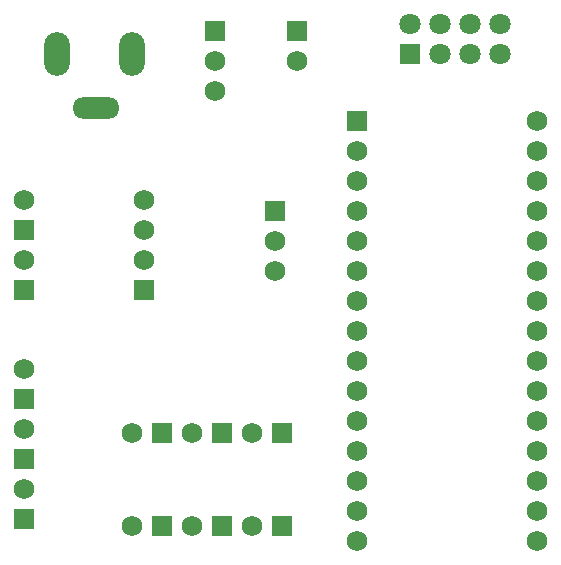
<source format=gbs>
G04 ================== begin FILE IDENTIFICATION RECORD ==================*
G04 Layout Name:  E:/Dropbox/Projects/Museum/Bicycle_ver2/allegro/bicycle.brd*
G04 Film Name:    MASK_BOT*
G04 File Format:  Gerber RS274X*
G04 File Origin:  Cadence Allegro 16.6-2015-S061*
G04 Origin Date:  Wed May 31 17:03:46 2017*
G04 *
G04 Layer:  VIA CLASS/SOLDERMASK_BOTTOM*
G04 Layer:  PIN/SOLDERMASK_BOTTOM*
G04 Layer:  BOARD GEOMETRY/SOLDERMASK_BOTTOM*
G04 *
G04 Offset:    (0.000 0.000)*
G04 Mirror:    No*
G04 Mode:      Positive*
G04 Rotation:  0*
G04 FullContactRelief:  No*
G04 UndefLineWidth:     0.000*
G04 ================== end FILE IDENTIFICATION RECORD ====================*
%FSLAX25Y25*MOIN*%
%IR0*IPPOS*OFA0.00000B0.00000*MIA0B0*SFA1.00000B1.00000*%
%ADD13O,.15748X.070866*%
%ADD12O,.086614X.145669*%
%ADD15C,.071*%
%ADD11C,.068*%
%ADD14R,.071X.071*%
%ADD10R,.068X.068*%
%LPD*%
G75*
G54D10*
X-78750Y-75000D03*
Y-55000D03*
Y-35000D03*
Y1250D03*
Y21250D03*
X-38750Y1250D03*
X-32500Y-77500D03*
Y-46250D03*
X-15000Y87500D03*
X-12500Y-77500D03*
Y-46250D03*
X7500Y-77500D03*
Y-46250D03*
X5000Y27500D03*
X12500Y87500D03*
X32500Y57500D03*
G54D11*
X-78750Y-65000D03*
Y-45000D03*
Y-25000D03*
Y11250D03*
Y31250D03*
X-42500Y-77500D03*
Y-46250D03*
X-38750Y11250D03*
Y21250D03*
Y31250D03*
X-22500Y-77500D03*
Y-46250D03*
X-15000Y67500D03*
Y77500D03*
X-2500Y-77500D03*
Y-46250D03*
X5000Y7500D03*
Y17500D03*
X12500Y77500D03*
X32500Y-82500D03*
Y-72500D03*
Y-62500D03*
Y-52500D03*
Y-42500D03*
Y-32500D03*
Y-22500D03*
Y-12500D03*
Y-2500D03*
Y7500D03*
Y17500D03*
Y27500D03*
Y37500D03*
Y47500D03*
X92500Y-82500D03*
Y-72500D03*
Y-62500D03*
Y-52500D03*
Y-42500D03*
Y-32500D03*
Y-22500D03*
Y-12500D03*
Y-2500D03*
Y7500D03*
Y17500D03*
Y27500D03*
Y37500D03*
Y47500D03*
Y57500D03*
G54D12*
X-67500Y80000D03*
X-42697D03*
G54D13*
X-54508Y61890D03*
G54D14*
X50000Y80000D03*
G54D15*
Y90000D03*
X60000Y80000D03*
Y90000D03*
X70000Y80000D03*
Y90000D03*
X80000Y80000D03*
Y90000D03*
M02*

</source>
